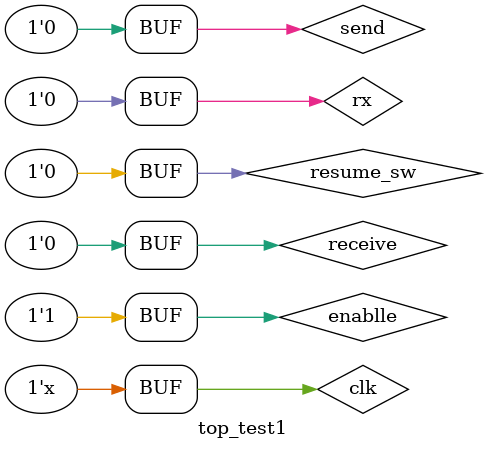
<source format=v>
`timescale 1ns / 1ps


module top_test1;

	// Inputs
	reg clk;
	reg resume_sw;
	reg enablle;
	reg send;
	reg receive;
	reg rx;

	// Outputs
	wire [15:0] toMEM;
	wire [15:0] frmMEM;
	wire [15:0] add_M;
	wire enable_check;
	wire pause_LED;
	wire fetch_LED;
	wire tx;
	wire tx_LED;
	wire rx_LED;

	// Instantiate the Unit Under Test (UUT)
	top_processor uut (
		.toMEM(toMEM), 
		.frmMEM(frmMEM), 
		.add_M(add_M), 
		.clk(clk), 
		.resume_sw(resume_sw), 
		.enablle(enablle), 
		.enable_check(enable_check), 
		.pause_LED(pause_LED), 
		.fetch_LED(fetch_LED), 
		.send(send), 
		.receive(receive), 
		.rx(rx), 
		.tx(tx), 
		.tx_LED(tx_LED), 
		.rx_LED(rx_LED)
	);

	always 
		#5 clk = !clk;

	initial begin
		// Initialize Inputs
		clk = 0;
		resume_sw = 0;
		enablle = 0;
		send = 0;
		receive = 0;
		rx = 0;

		// Wait 100 ns for global reset to finish
		#100;
        
		// Add stimulus here
		enablle = 1;
	end
      
endmodule


</source>
